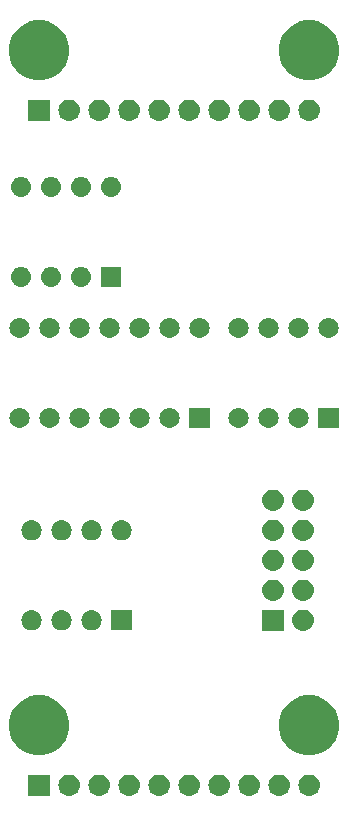
<source format=gbr>
G04 #@! TF.GenerationSoftware,KiCad,Pcbnew,(5.1.4-0-10_14)*
G04 #@! TF.CreationDate,2019-10-08T20:56:09-07:00*
G04 #@! TF.ProjectId,VCA_Main,5643415f-4d61-4696-9e2e-6b696361645f,rev?*
G04 #@! TF.SameCoordinates,Original*
G04 #@! TF.FileFunction,Soldermask,Bot*
G04 #@! TF.FilePolarity,Negative*
%FSLAX46Y46*%
G04 Gerber Fmt 4.6, Leading zero omitted, Abs format (unit mm)*
G04 Created by KiCad (PCBNEW (5.1.4-0-10_14)) date 2019-10-08 20:56:09*
%MOMM*%
%LPD*%
G04 APERTURE LIST*
%ADD10C,0.100000*%
G04 APERTURE END LIST*
D10*
G36*
X90280442Y-134995518D02*
G01*
X90346627Y-135002037D01*
X90516466Y-135053557D01*
X90672991Y-135137222D01*
X90708729Y-135166552D01*
X90810186Y-135249814D01*
X90893448Y-135351271D01*
X90922778Y-135387009D01*
X91006443Y-135543534D01*
X91057963Y-135713373D01*
X91075359Y-135890000D01*
X91057963Y-136066627D01*
X91006443Y-136236466D01*
X90922778Y-136392991D01*
X90893448Y-136428729D01*
X90810186Y-136530186D01*
X90708729Y-136613448D01*
X90672991Y-136642778D01*
X90516466Y-136726443D01*
X90346627Y-136777963D01*
X90280442Y-136784482D01*
X90214260Y-136791000D01*
X90125740Y-136791000D01*
X90059558Y-136784482D01*
X89993373Y-136777963D01*
X89823534Y-136726443D01*
X89667009Y-136642778D01*
X89631271Y-136613448D01*
X89529814Y-136530186D01*
X89446552Y-136428729D01*
X89417222Y-136392991D01*
X89333557Y-136236466D01*
X89282037Y-136066627D01*
X89264641Y-135890000D01*
X89282037Y-135713373D01*
X89333557Y-135543534D01*
X89417222Y-135387009D01*
X89446552Y-135351271D01*
X89529814Y-135249814D01*
X89631271Y-135166552D01*
X89667009Y-135137222D01*
X89823534Y-135053557D01*
X89993373Y-135002037D01*
X90059558Y-134995518D01*
X90125740Y-134989000D01*
X90214260Y-134989000D01*
X90280442Y-134995518D01*
X90280442Y-134995518D01*
G37*
G36*
X87740442Y-134995518D02*
G01*
X87806627Y-135002037D01*
X87976466Y-135053557D01*
X88132991Y-135137222D01*
X88168729Y-135166552D01*
X88270186Y-135249814D01*
X88353448Y-135351271D01*
X88382778Y-135387009D01*
X88466443Y-135543534D01*
X88517963Y-135713373D01*
X88535359Y-135890000D01*
X88517963Y-136066627D01*
X88466443Y-136236466D01*
X88382778Y-136392991D01*
X88353448Y-136428729D01*
X88270186Y-136530186D01*
X88168729Y-136613448D01*
X88132991Y-136642778D01*
X87976466Y-136726443D01*
X87806627Y-136777963D01*
X87740442Y-136784482D01*
X87674260Y-136791000D01*
X87585740Y-136791000D01*
X87519558Y-136784482D01*
X87453373Y-136777963D01*
X87283534Y-136726443D01*
X87127009Y-136642778D01*
X87091271Y-136613448D01*
X86989814Y-136530186D01*
X86906552Y-136428729D01*
X86877222Y-136392991D01*
X86793557Y-136236466D01*
X86742037Y-136066627D01*
X86724641Y-135890000D01*
X86742037Y-135713373D01*
X86793557Y-135543534D01*
X86877222Y-135387009D01*
X86906552Y-135351271D01*
X86989814Y-135249814D01*
X87091271Y-135166552D01*
X87127009Y-135137222D01*
X87283534Y-135053557D01*
X87453373Y-135002037D01*
X87519558Y-134995518D01*
X87585740Y-134989000D01*
X87674260Y-134989000D01*
X87740442Y-134995518D01*
X87740442Y-134995518D01*
G37*
G36*
X85200442Y-134995518D02*
G01*
X85266627Y-135002037D01*
X85436466Y-135053557D01*
X85592991Y-135137222D01*
X85628729Y-135166552D01*
X85730186Y-135249814D01*
X85813448Y-135351271D01*
X85842778Y-135387009D01*
X85926443Y-135543534D01*
X85977963Y-135713373D01*
X85995359Y-135890000D01*
X85977963Y-136066627D01*
X85926443Y-136236466D01*
X85842778Y-136392991D01*
X85813448Y-136428729D01*
X85730186Y-136530186D01*
X85628729Y-136613448D01*
X85592991Y-136642778D01*
X85436466Y-136726443D01*
X85266627Y-136777963D01*
X85200442Y-136784482D01*
X85134260Y-136791000D01*
X85045740Y-136791000D01*
X84979558Y-136784482D01*
X84913373Y-136777963D01*
X84743534Y-136726443D01*
X84587009Y-136642778D01*
X84551271Y-136613448D01*
X84449814Y-136530186D01*
X84366552Y-136428729D01*
X84337222Y-136392991D01*
X84253557Y-136236466D01*
X84202037Y-136066627D01*
X84184641Y-135890000D01*
X84202037Y-135713373D01*
X84253557Y-135543534D01*
X84337222Y-135387009D01*
X84366552Y-135351271D01*
X84449814Y-135249814D01*
X84551271Y-135166552D01*
X84587009Y-135137222D01*
X84743534Y-135053557D01*
X84913373Y-135002037D01*
X84979558Y-134995518D01*
X85045740Y-134989000D01*
X85134260Y-134989000D01*
X85200442Y-134995518D01*
X85200442Y-134995518D01*
G37*
G36*
X82660442Y-134995518D02*
G01*
X82726627Y-135002037D01*
X82896466Y-135053557D01*
X83052991Y-135137222D01*
X83088729Y-135166552D01*
X83190186Y-135249814D01*
X83273448Y-135351271D01*
X83302778Y-135387009D01*
X83386443Y-135543534D01*
X83437963Y-135713373D01*
X83455359Y-135890000D01*
X83437963Y-136066627D01*
X83386443Y-136236466D01*
X83302778Y-136392991D01*
X83273448Y-136428729D01*
X83190186Y-136530186D01*
X83088729Y-136613448D01*
X83052991Y-136642778D01*
X82896466Y-136726443D01*
X82726627Y-136777963D01*
X82660442Y-136784482D01*
X82594260Y-136791000D01*
X82505740Y-136791000D01*
X82439558Y-136784482D01*
X82373373Y-136777963D01*
X82203534Y-136726443D01*
X82047009Y-136642778D01*
X82011271Y-136613448D01*
X81909814Y-136530186D01*
X81826552Y-136428729D01*
X81797222Y-136392991D01*
X81713557Y-136236466D01*
X81662037Y-136066627D01*
X81644641Y-135890000D01*
X81662037Y-135713373D01*
X81713557Y-135543534D01*
X81797222Y-135387009D01*
X81826552Y-135351271D01*
X81909814Y-135249814D01*
X82011271Y-135166552D01*
X82047009Y-135137222D01*
X82203534Y-135053557D01*
X82373373Y-135002037D01*
X82439558Y-134995518D01*
X82505740Y-134989000D01*
X82594260Y-134989000D01*
X82660442Y-134995518D01*
X82660442Y-134995518D01*
G37*
G36*
X80120442Y-134995518D02*
G01*
X80186627Y-135002037D01*
X80356466Y-135053557D01*
X80512991Y-135137222D01*
X80548729Y-135166552D01*
X80650186Y-135249814D01*
X80733448Y-135351271D01*
X80762778Y-135387009D01*
X80846443Y-135543534D01*
X80897963Y-135713373D01*
X80915359Y-135890000D01*
X80897963Y-136066627D01*
X80846443Y-136236466D01*
X80762778Y-136392991D01*
X80733448Y-136428729D01*
X80650186Y-136530186D01*
X80548729Y-136613448D01*
X80512991Y-136642778D01*
X80356466Y-136726443D01*
X80186627Y-136777963D01*
X80120442Y-136784482D01*
X80054260Y-136791000D01*
X79965740Y-136791000D01*
X79899558Y-136784482D01*
X79833373Y-136777963D01*
X79663534Y-136726443D01*
X79507009Y-136642778D01*
X79471271Y-136613448D01*
X79369814Y-136530186D01*
X79286552Y-136428729D01*
X79257222Y-136392991D01*
X79173557Y-136236466D01*
X79122037Y-136066627D01*
X79104641Y-135890000D01*
X79122037Y-135713373D01*
X79173557Y-135543534D01*
X79257222Y-135387009D01*
X79286552Y-135351271D01*
X79369814Y-135249814D01*
X79471271Y-135166552D01*
X79507009Y-135137222D01*
X79663534Y-135053557D01*
X79833373Y-135002037D01*
X79899558Y-134995518D01*
X79965740Y-134989000D01*
X80054260Y-134989000D01*
X80120442Y-134995518D01*
X80120442Y-134995518D01*
G37*
G36*
X77580442Y-134995518D02*
G01*
X77646627Y-135002037D01*
X77816466Y-135053557D01*
X77972991Y-135137222D01*
X78008729Y-135166552D01*
X78110186Y-135249814D01*
X78193448Y-135351271D01*
X78222778Y-135387009D01*
X78306443Y-135543534D01*
X78357963Y-135713373D01*
X78375359Y-135890000D01*
X78357963Y-136066627D01*
X78306443Y-136236466D01*
X78222778Y-136392991D01*
X78193448Y-136428729D01*
X78110186Y-136530186D01*
X78008729Y-136613448D01*
X77972991Y-136642778D01*
X77816466Y-136726443D01*
X77646627Y-136777963D01*
X77580442Y-136784482D01*
X77514260Y-136791000D01*
X77425740Y-136791000D01*
X77359558Y-136784482D01*
X77293373Y-136777963D01*
X77123534Y-136726443D01*
X76967009Y-136642778D01*
X76931271Y-136613448D01*
X76829814Y-136530186D01*
X76746552Y-136428729D01*
X76717222Y-136392991D01*
X76633557Y-136236466D01*
X76582037Y-136066627D01*
X76564641Y-135890000D01*
X76582037Y-135713373D01*
X76633557Y-135543534D01*
X76717222Y-135387009D01*
X76746552Y-135351271D01*
X76829814Y-135249814D01*
X76931271Y-135166552D01*
X76967009Y-135137222D01*
X77123534Y-135053557D01*
X77293373Y-135002037D01*
X77359558Y-134995518D01*
X77425740Y-134989000D01*
X77514260Y-134989000D01*
X77580442Y-134995518D01*
X77580442Y-134995518D01*
G37*
G36*
X75040442Y-134995518D02*
G01*
X75106627Y-135002037D01*
X75276466Y-135053557D01*
X75432991Y-135137222D01*
X75468729Y-135166552D01*
X75570186Y-135249814D01*
X75653448Y-135351271D01*
X75682778Y-135387009D01*
X75766443Y-135543534D01*
X75817963Y-135713373D01*
X75835359Y-135890000D01*
X75817963Y-136066627D01*
X75766443Y-136236466D01*
X75682778Y-136392991D01*
X75653448Y-136428729D01*
X75570186Y-136530186D01*
X75468729Y-136613448D01*
X75432991Y-136642778D01*
X75276466Y-136726443D01*
X75106627Y-136777963D01*
X75040442Y-136784482D01*
X74974260Y-136791000D01*
X74885740Y-136791000D01*
X74819558Y-136784482D01*
X74753373Y-136777963D01*
X74583534Y-136726443D01*
X74427009Y-136642778D01*
X74391271Y-136613448D01*
X74289814Y-136530186D01*
X74206552Y-136428729D01*
X74177222Y-136392991D01*
X74093557Y-136236466D01*
X74042037Y-136066627D01*
X74024641Y-135890000D01*
X74042037Y-135713373D01*
X74093557Y-135543534D01*
X74177222Y-135387009D01*
X74206552Y-135351271D01*
X74289814Y-135249814D01*
X74391271Y-135166552D01*
X74427009Y-135137222D01*
X74583534Y-135053557D01*
X74753373Y-135002037D01*
X74819558Y-134995518D01*
X74885740Y-134989000D01*
X74974260Y-134989000D01*
X75040442Y-134995518D01*
X75040442Y-134995518D01*
G37*
G36*
X72500442Y-134995518D02*
G01*
X72566627Y-135002037D01*
X72736466Y-135053557D01*
X72892991Y-135137222D01*
X72928729Y-135166552D01*
X73030186Y-135249814D01*
X73113448Y-135351271D01*
X73142778Y-135387009D01*
X73226443Y-135543534D01*
X73277963Y-135713373D01*
X73295359Y-135890000D01*
X73277963Y-136066627D01*
X73226443Y-136236466D01*
X73142778Y-136392991D01*
X73113448Y-136428729D01*
X73030186Y-136530186D01*
X72928729Y-136613448D01*
X72892991Y-136642778D01*
X72736466Y-136726443D01*
X72566627Y-136777963D01*
X72500442Y-136784482D01*
X72434260Y-136791000D01*
X72345740Y-136791000D01*
X72279558Y-136784482D01*
X72213373Y-136777963D01*
X72043534Y-136726443D01*
X71887009Y-136642778D01*
X71851271Y-136613448D01*
X71749814Y-136530186D01*
X71666552Y-136428729D01*
X71637222Y-136392991D01*
X71553557Y-136236466D01*
X71502037Y-136066627D01*
X71484641Y-135890000D01*
X71502037Y-135713373D01*
X71553557Y-135543534D01*
X71637222Y-135387009D01*
X71666552Y-135351271D01*
X71749814Y-135249814D01*
X71851271Y-135166552D01*
X71887009Y-135137222D01*
X72043534Y-135053557D01*
X72213373Y-135002037D01*
X72279558Y-134995518D01*
X72345740Y-134989000D01*
X72434260Y-134989000D01*
X72500442Y-134995518D01*
X72500442Y-134995518D01*
G37*
G36*
X69960442Y-134995518D02*
G01*
X70026627Y-135002037D01*
X70196466Y-135053557D01*
X70352991Y-135137222D01*
X70388729Y-135166552D01*
X70490186Y-135249814D01*
X70573448Y-135351271D01*
X70602778Y-135387009D01*
X70686443Y-135543534D01*
X70737963Y-135713373D01*
X70755359Y-135890000D01*
X70737963Y-136066627D01*
X70686443Y-136236466D01*
X70602778Y-136392991D01*
X70573448Y-136428729D01*
X70490186Y-136530186D01*
X70388729Y-136613448D01*
X70352991Y-136642778D01*
X70196466Y-136726443D01*
X70026627Y-136777963D01*
X69960442Y-136784482D01*
X69894260Y-136791000D01*
X69805740Y-136791000D01*
X69739558Y-136784482D01*
X69673373Y-136777963D01*
X69503534Y-136726443D01*
X69347009Y-136642778D01*
X69311271Y-136613448D01*
X69209814Y-136530186D01*
X69126552Y-136428729D01*
X69097222Y-136392991D01*
X69013557Y-136236466D01*
X68962037Y-136066627D01*
X68944641Y-135890000D01*
X68962037Y-135713373D01*
X69013557Y-135543534D01*
X69097222Y-135387009D01*
X69126552Y-135351271D01*
X69209814Y-135249814D01*
X69311271Y-135166552D01*
X69347009Y-135137222D01*
X69503534Y-135053557D01*
X69673373Y-135002037D01*
X69739558Y-134995518D01*
X69805740Y-134989000D01*
X69894260Y-134989000D01*
X69960442Y-134995518D01*
X69960442Y-134995518D01*
G37*
G36*
X68211000Y-136791000D02*
G01*
X66409000Y-136791000D01*
X66409000Y-134989000D01*
X68211000Y-134989000D01*
X68211000Y-136791000D01*
X68211000Y-136791000D01*
G37*
G36*
X90914098Y-128357033D02*
G01*
X91378350Y-128549332D01*
X91378352Y-128549333D01*
X91796168Y-128828509D01*
X92151491Y-129183832D01*
X92430667Y-129601648D01*
X92430668Y-129601650D01*
X92622967Y-130065902D01*
X92721000Y-130558747D01*
X92721000Y-131061253D01*
X92622967Y-131554098D01*
X92430668Y-132018350D01*
X92430667Y-132018352D01*
X92151491Y-132436168D01*
X91796168Y-132791491D01*
X91378352Y-133070667D01*
X91378351Y-133070668D01*
X91378350Y-133070668D01*
X90914098Y-133262967D01*
X90421253Y-133361000D01*
X89918747Y-133361000D01*
X89425902Y-133262967D01*
X88961650Y-133070668D01*
X88961649Y-133070668D01*
X88961648Y-133070667D01*
X88543832Y-132791491D01*
X88188509Y-132436168D01*
X87909333Y-132018352D01*
X87909332Y-132018350D01*
X87717033Y-131554098D01*
X87619000Y-131061253D01*
X87619000Y-130558747D01*
X87717033Y-130065902D01*
X87909332Y-129601650D01*
X87909333Y-129601648D01*
X88188509Y-129183832D01*
X88543832Y-128828509D01*
X88961648Y-128549333D01*
X88961650Y-128549332D01*
X89425902Y-128357033D01*
X89918747Y-128259000D01*
X90421253Y-128259000D01*
X90914098Y-128357033D01*
X90914098Y-128357033D01*
G37*
G36*
X68054098Y-128357033D02*
G01*
X68518350Y-128549332D01*
X68518352Y-128549333D01*
X68936168Y-128828509D01*
X69291491Y-129183832D01*
X69570667Y-129601648D01*
X69570668Y-129601650D01*
X69762967Y-130065902D01*
X69861000Y-130558747D01*
X69861000Y-131061253D01*
X69762967Y-131554098D01*
X69570668Y-132018350D01*
X69570667Y-132018352D01*
X69291491Y-132436168D01*
X68936168Y-132791491D01*
X68518352Y-133070667D01*
X68518351Y-133070668D01*
X68518350Y-133070668D01*
X68054098Y-133262967D01*
X67561253Y-133361000D01*
X67058747Y-133361000D01*
X66565902Y-133262967D01*
X66101650Y-133070668D01*
X66101649Y-133070668D01*
X66101648Y-133070667D01*
X65683832Y-132791491D01*
X65328509Y-132436168D01*
X65049333Y-132018352D01*
X65049332Y-132018350D01*
X64857033Y-131554098D01*
X64759000Y-131061253D01*
X64759000Y-130558747D01*
X64857033Y-130065902D01*
X65049332Y-129601650D01*
X65049333Y-129601648D01*
X65328509Y-129183832D01*
X65683832Y-128828509D01*
X66101648Y-128549333D01*
X66101650Y-128549332D01*
X66565902Y-128357033D01*
X67058747Y-128259000D01*
X67561253Y-128259000D01*
X68054098Y-128357033D01*
X68054098Y-128357033D01*
G37*
G36*
X88036600Y-122834600D02*
G01*
X86207400Y-122834600D01*
X86207400Y-121005400D01*
X88036600Y-121005400D01*
X88036600Y-122834600D01*
X88036600Y-122834600D01*
G37*
G36*
X89841294Y-121018633D02*
G01*
X90013695Y-121070931D01*
X90172583Y-121155858D01*
X90311849Y-121270151D01*
X90426142Y-121409417D01*
X90511069Y-121568305D01*
X90563367Y-121740706D01*
X90581025Y-121920000D01*
X90563367Y-122099294D01*
X90511069Y-122271695D01*
X90426142Y-122430583D01*
X90311849Y-122569849D01*
X90172583Y-122684142D01*
X90013695Y-122769069D01*
X89841294Y-122821367D01*
X89706931Y-122834600D01*
X89617069Y-122834600D01*
X89482706Y-122821367D01*
X89310305Y-122769069D01*
X89151417Y-122684142D01*
X89012151Y-122569849D01*
X88897858Y-122430583D01*
X88812931Y-122271695D01*
X88760633Y-122099294D01*
X88742975Y-121920000D01*
X88760633Y-121740706D01*
X88812931Y-121568305D01*
X88897858Y-121409417D01*
X89012151Y-121270151D01*
X89151417Y-121155858D01*
X89310305Y-121070931D01*
X89482706Y-121018633D01*
X89617069Y-121005400D01*
X89706931Y-121005400D01*
X89841294Y-121018633D01*
X89841294Y-121018633D01*
G37*
G36*
X66841823Y-121081313D02*
G01*
X67002242Y-121129976D01*
X67134906Y-121200886D01*
X67150078Y-121208996D01*
X67279659Y-121315341D01*
X67386004Y-121444922D01*
X67386005Y-121444924D01*
X67465024Y-121592758D01*
X67513687Y-121753177D01*
X67530117Y-121920000D01*
X67513687Y-122086823D01*
X67465024Y-122247242D01*
X67451953Y-122271696D01*
X67386004Y-122395078D01*
X67279659Y-122524659D01*
X67150078Y-122631004D01*
X67150076Y-122631005D01*
X67002242Y-122710024D01*
X66841823Y-122758687D01*
X66716804Y-122771000D01*
X66633196Y-122771000D01*
X66508177Y-122758687D01*
X66347758Y-122710024D01*
X66199924Y-122631005D01*
X66199922Y-122631004D01*
X66070341Y-122524659D01*
X65963996Y-122395078D01*
X65898047Y-122271696D01*
X65884976Y-122247242D01*
X65836313Y-122086823D01*
X65819883Y-121920000D01*
X65836313Y-121753177D01*
X65884976Y-121592758D01*
X65963995Y-121444924D01*
X65963996Y-121444922D01*
X66070341Y-121315341D01*
X66199922Y-121208996D01*
X66215094Y-121200886D01*
X66347758Y-121129976D01*
X66508177Y-121081313D01*
X66633196Y-121069000D01*
X66716804Y-121069000D01*
X66841823Y-121081313D01*
X66841823Y-121081313D01*
G37*
G36*
X69381823Y-121081313D02*
G01*
X69542242Y-121129976D01*
X69674906Y-121200886D01*
X69690078Y-121208996D01*
X69819659Y-121315341D01*
X69926004Y-121444922D01*
X69926005Y-121444924D01*
X70005024Y-121592758D01*
X70053687Y-121753177D01*
X70070117Y-121920000D01*
X70053687Y-122086823D01*
X70005024Y-122247242D01*
X69991953Y-122271696D01*
X69926004Y-122395078D01*
X69819659Y-122524659D01*
X69690078Y-122631004D01*
X69690076Y-122631005D01*
X69542242Y-122710024D01*
X69381823Y-122758687D01*
X69256804Y-122771000D01*
X69173196Y-122771000D01*
X69048177Y-122758687D01*
X68887758Y-122710024D01*
X68739924Y-122631005D01*
X68739922Y-122631004D01*
X68610341Y-122524659D01*
X68503996Y-122395078D01*
X68438047Y-122271696D01*
X68424976Y-122247242D01*
X68376313Y-122086823D01*
X68359883Y-121920000D01*
X68376313Y-121753177D01*
X68424976Y-121592758D01*
X68503995Y-121444924D01*
X68503996Y-121444922D01*
X68610341Y-121315341D01*
X68739922Y-121208996D01*
X68755094Y-121200886D01*
X68887758Y-121129976D01*
X69048177Y-121081313D01*
X69173196Y-121069000D01*
X69256804Y-121069000D01*
X69381823Y-121081313D01*
X69381823Y-121081313D01*
G37*
G36*
X71921823Y-121081313D02*
G01*
X72082242Y-121129976D01*
X72214906Y-121200886D01*
X72230078Y-121208996D01*
X72359659Y-121315341D01*
X72466004Y-121444922D01*
X72466005Y-121444924D01*
X72545024Y-121592758D01*
X72593687Y-121753177D01*
X72610117Y-121920000D01*
X72593687Y-122086823D01*
X72545024Y-122247242D01*
X72531953Y-122271696D01*
X72466004Y-122395078D01*
X72359659Y-122524659D01*
X72230078Y-122631004D01*
X72230076Y-122631005D01*
X72082242Y-122710024D01*
X71921823Y-122758687D01*
X71796804Y-122771000D01*
X71713196Y-122771000D01*
X71588177Y-122758687D01*
X71427758Y-122710024D01*
X71279924Y-122631005D01*
X71279922Y-122631004D01*
X71150341Y-122524659D01*
X71043996Y-122395078D01*
X70978047Y-122271696D01*
X70964976Y-122247242D01*
X70916313Y-122086823D01*
X70899883Y-121920000D01*
X70916313Y-121753177D01*
X70964976Y-121592758D01*
X71043995Y-121444924D01*
X71043996Y-121444922D01*
X71150341Y-121315341D01*
X71279922Y-121208996D01*
X71295094Y-121200886D01*
X71427758Y-121129976D01*
X71588177Y-121081313D01*
X71713196Y-121069000D01*
X71796804Y-121069000D01*
X71921823Y-121081313D01*
X71921823Y-121081313D01*
G37*
G36*
X75146000Y-122771000D02*
G01*
X73444000Y-122771000D01*
X73444000Y-121069000D01*
X75146000Y-121069000D01*
X75146000Y-122771000D01*
X75146000Y-122771000D01*
G37*
G36*
X89841294Y-118478633D02*
G01*
X90013695Y-118530931D01*
X90172583Y-118615858D01*
X90311849Y-118730151D01*
X90426142Y-118869417D01*
X90511069Y-119028305D01*
X90563367Y-119200706D01*
X90581025Y-119380000D01*
X90563367Y-119559294D01*
X90511069Y-119731695D01*
X90426142Y-119890583D01*
X90311849Y-120029849D01*
X90172583Y-120144142D01*
X90013695Y-120229069D01*
X89841294Y-120281367D01*
X89706931Y-120294600D01*
X89617069Y-120294600D01*
X89482706Y-120281367D01*
X89310305Y-120229069D01*
X89151417Y-120144142D01*
X89012151Y-120029849D01*
X88897858Y-119890583D01*
X88812931Y-119731695D01*
X88760633Y-119559294D01*
X88742975Y-119380000D01*
X88760633Y-119200706D01*
X88812931Y-119028305D01*
X88897858Y-118869417D01*
X89012151Y-118730151D01*
X89151417Y-118615858D01*
X89310305Y-118530931D01*
X89482706Y-118478633D01*
X89617069Y-118465400D01*
X89706931Y-118465400D01*
X89841294Y-118478633D01*
X89841294Y-118478633D01*
G37*
G36*
X87301294Y-118478633D02*
G01*
X87473695Y-118530931D01*
X87632583Y-118615858D01*
X87771849Y-118730151D01*
X87886142Y-118869417D01*
X87971069Y-119028305D01*
X88023367Y-119200706D01*
X88041025Y-119380000D01*
X88023367Y-119559294D01*
X87971069Y-119731695D01*
X87886142Y-119890583D01*
X87771849Y-120029849D01*
X87632583Y-120144142D01*
X87473695Y-120229069D01*
X87301294Y-120281367D01*
X87166931Y-120294600D01*
X87077069Y-120294600D01*
X86942706Y-120281367D01*
X86770305Y-120229069D01*
X86611417Y-120144142D01*
X86472151Y-120029849D01*
X86357858Y-119890583D01*
X86272931Y-119731695D01*
X86220633Y-119559294D01*
X86202975Y-119380000D01*
X86220633Y-119200706D01*
X86272931Y-119028305D01*
X86357858Y-118869417D01*
X86472151Y-118730151D01*
X86611417Y-118615858D01*
X86770305Y-118530931D01*
X86942706Y-118478633D01*
X87077069Y-118465400D01*
X87166931Y-118465400D01*
X87301294Y-118478633D01*
X87301294Y-118478633D01*
G37*
G36*
X87301294Y-115938633D02*
G01*
X87473695Y-115990931D01*
X87632583Y-116075858D01*
X87771849Y-116190151D01*
X87886142Y-116329417D01*
X87971069Y-116488305D01*
X88023367Y-116660706D01*
X88041025Y-116840000D01*
X88023367Y-117019294D01*
X87971069Y-117191695D01*
X87886142Y-117350583D01*
X87771849Y-117489849D01*
X87632583Y-117604142D01*
X87473695Y-117689069D01*
X87301294Y-117741367D01*
X87166931Y-117754600D01*
X87077069Y-117754600D01*
X86942706Y-117741367D01*
X86770305Y-117689069D01*
X86611417Y-117604142D01*
X86472151Y-117489849D01*
X86357858Y-117350583D01*
X86272931Y-117191695D01*
X86220633Y-117019294D01*
X86202975Y-116840000D01*
X86220633Y-116660706D01*
X86272931Y-116488305D01*
X86357858Y-116329417D01*
X86472151Y-116190151D01*
X86611417Y-116075858D01*
X86770305Y-115990931D01*
X86942706Y-115938633D01*
X87077069Y-115925400D01*
X87166931Y-115925400D01*
X87301294Y-115938633D01*
X87301294Y-115938633D01*
G37*
G36*
X89841294Y-115938633D02*
G01*
X90013695Y-115990931D01*
X90172583Y-116075858D01*
X90311849Y-116190151D01*
X90426142Y-116329417D01*
X90511069Y-116488305D01*
X90563367Y-116660706D01*
X90581025Y-116840000D01*
X90563367Y-117019294D01*
X90511069Y-117191695D01*
X90426142Y-117350583D01*
X90311849Y-117489849D01*
X90172583Y-117604142D01*
X90013695Y-117689069D01*
X89841294Y-117741367D01*
X89706931Y-117754600D01*
X89617069Y-117754600D01*
X89482706Y-117741367D01*
X89310305Y-117689069D01*
X89151417Y-117604142D01*
X89012151Y-117489849D01*
X88897858Y-117350583D01*
X88812931Y-117191695D01*
X88760633Y-117019294D01*
X88742975Y-116840000D01*
X88760633Y-116660706D01*
X88812931Y-116488305D01*
X88897858Y-116329417D01*
X89012151Y-116190151D01*
X89151417Y-116075858D01*
X89310305Y-115990931D01*
X89482706Y-115938633D01*
X89617069Y-115925400D01*
X89706931Y-115925400D01*
X89841294Y-115938633D01*
X89841294Y-115938633D01*
G37*
G36*
X89841294Y-113398633D02*
G01*
X90013695Y-113450931D01*
X90172583Y-113535858D01*
X90311849Y-113650151D01*
X90426142Y-113789417D01*
X90511069Y-113948305D01*
X90563367Y-114120706D01*
X90581025Y-114300000D01*
X90563367Y-114479294D01*
X90511069Y-114651695D01*
X90426142Y-114810583D01*
X90311849Y-114949849D01*
X90172583Y-115064142D01*
X90013695Y-115149069D01*
X89841294Y-115201367D01*
X89706931Y-115214600D01*
X89617069Y-115214600D01*
X89482706Y-115201367D01*
X89310305Y-115149069D01*
X89151417Y-115064142D01*
X89012151Y-114949849D01*
X88897858Y-114810583D01*
X88812931Y-114651695D01*
X88760633Y-114479294D01*
X88742975Y-114300000D01*
X88760633Y-114120706D01*
X88812931Y-113948305D01*
X88897858Y-113789417D01*
X89012151Y-113650151D01*
X89151417Y-113535858D01*
X89310305Y-113450931D01*
X89482706Y-113398633D01*
X89617069Y-113385400D01*
X89706931Y-113385400D01*
X89841294Y-113398633D01*
X89841294Y-113398633D01*
G37*
G36*
X87301294Y-113398633D02*
G01*
X87473695Y-113450931D01*
X87632583Y-113535858D01*
X87771849Y-113650151D01*
X87886142Y-113789417D01*
X87971069Y-113948305D01*
X88023367Y-114120706D01*
X88041025Y-114300000D01*
X88023367Y-114479294D01*
X87971069Y-114651695D01*
X87886142Y-114810583D01*
X87771849Y-114949849D01*
X87632583Y-115064142D01*
X87473695Y-115149069D01*
X87301294Y-115201367D01*
X87166931Y-115214600D01*
X87077069Y-115214600D01*
X86942706Y-115201367D01*
X86770305Y-115149069D01*
X86611417Y-115064142D01*
X86472151Y-114949849D01*
X86357858Y-114810583D01*
X86272931Y-114651695D01*
X86220633Y-114479294D01*
X86202975Y-114300000D01*
X86220633Y-114120706D01*
X86272931Y-113948305D01*
X86357858Y-113789417D01*
X86472151Y-113650151D01*
X86611417Y-113535858D01*
X86770305Y-113450931D01*
X86942706Y-113398633D01*
X87077069Y-113385400D01*
X87166931Y-113385400D01*
X87301294Y-113398633D01*
X87301294Y-113398633D01*
G37*
G36*
X74461823Y-113461313D02*
G01*
X74622242Y-113509976D01*
X74754906Y-113580886D01*
X74770078Y-113588996D01*
X74899659Y-113695341D01*
X75006004Y-113824922D01*
X75006005Y-113824924D01*
X75085024Y-113972758D01*
X75133687Y-114133177D01*
X75150117Y-114300000D01*
X75133687Y-114466823D01*
X75085024Y-114627242D01*
X75071953Y-114651696D01*
X75006004Y-114775078D01*
X74899659Y-114904659D01*
X74770078Y-115011004D01*
X74770076Y-115011005D01*
X74622242Y-115090024D01*
X74461823Y-115138687D01*
X74336804Y-115151000D01*
X74253196Y-115151000D01*
X74128177Y-115138687D01*
X73967758Y-115090024D01*
X73819924Y-115011005D01*
X73819922Y-115011004D01*
X73690341Y-114904659D01*
X73583996Y-114775078D01*
X73518047Y-114651696D01*
X73504976Y-114627242D01*
X73456313Y-114466823D01*
X73439883Y-114300000D01*
X73456313Y-114133177D01*
X73504976Y-113972758D01*
X73583995Y-113824924D01*
X73583996Y-113824922D01*
X73690341Y-113695341D01*
X73819922Y-113588996D01*
X73835094Y-113580886D01*
X73967758Y-113509976D01*
X74128177Y-113461313D01*
X74253196Y-113449000D01*
X74336804Y-113449000D01*
X74461823Y-113461313D01*
X74461823Y-113461313D01*
G37*
G36*
X71921823Y-113461313D02*
G01*
X72082242Y-113509976D01*
X72214906Y-113580886D01*
X72230078Y-113588996D01*
X72359659Y-113695341D01*
X72466004Y-113824922D01*
X72466005Y-113824924D01*
X72545024Y-113972758D01*
X72593687Y-114133177D01*
X72610117Y-114300000D01*
X72593687Y-114466823D01*
X72545024Y-114627242D01*
X72531953Y-114651696D01*
X72466004Y-114775078D01*
X72359659Y-114904659D01*
X72230078Y-115011004D01*
X72230076Y-115011005D01*
X72082242Y-115090024D01*
X71921823Y-115138687D01*
X71796804Y-115151000D01*
X71713196Y-115151000D01*
X71588177Y-115138687D01*
X71427758Y-115090024D01*
X71279924Y-115011005D01*
X71279922Y-115011004D01*
X71150341Y-114904659D01*
X71043996Y-114775078D01*
X70978047Y-114651696D01*
X70964976Y-114627242D01*
X70916313Y-114466823D01*
X70899883Y-114300000D01*
X70916313Y-114133177D01*
X70964976Y-113972758D01*
X71043995Y-113824924D01*
X71043996Y-113824922D01*
X71150341Y-113695341D01*
X71279922Y-113588996D01*
X71295094Y-113580886D01*
X71427758Y-113509976D01*
X71588177Y-113461313D01*
X71713196Y-113449000D01*
X71796804Y-113449000D01*
X71921823Y-113461313D01*
X71921823Y-113461313D01*
G37*
G36*
X69381823Y-113461313D02*
G01*
X69542242Y-113509976D01*
X69674906Y-113580886D01*
X69690078Y-113588996D01*
X69819659Y-113695341D01*
X69926004Y-113824922D01*
X69926005Y-113824924D01*
X70005024Y-113972758D01*
X70053687Y-114133177D01*
X70070117Y-114300000D01*
X70053687Y-114466823D01*
X70005024Y-114627242D01*
X69991953Y-114651696D01*
X69926004Y-114775078D01*
X69819659Y-114904659D01*
X69690078Y-115011004D01*
X69690076Y-115011005D01*
X69542242Y-115090024D01*
X69381823Y-115138687D01*
X69256804Y-115151000D01*
X69173196Y-115151000D01*
X69048177Y-115138687D01*
X68887758Y-115090024D01*
X68739924Y-115011005D01*
X68739922Y-115011004D01*
X68610341Y-114904659D01*
X68503996Y-114775078D01*
X68438047Y-114651696D01*
X68424976Y-114627242D01*
X68376313Y-114466823D01*
X68359883Y-114300000D01*
X68376313Y-114133177D01*
X68424976Y-113972758D01*
X68503995Y-113824924D01*
X68503996Y-113824922D01*
X68610341Y-113695341D01*
X68739922Y-113588996D01*
X68755094Y-113580886D01*
X68887758Y-113509976D01*
X69048177Y-113461313D01*
X69173196Y-113449000D01*
X69256804Y-113449000D01*
X69381823Y-113461313D01*
X69381823Y-113461313D01*
G37*
G36*
X66841823Y-113461313D02*
G01*
X67002242Y-113509976D01*
X67134906Y-113580886D01*
X67150078Y-113588996D01*
X67279659Y-113695341D01*
X67386004Y-113824922D01*
X67386005Y-113824924D01*
X67465024Y-113972758D01*
X67513687Y-114133177D01*
X67530117Y-114300000D01*
X67513687Y-114466823D01*
X67465024Y-114627242D01*
X67451953Y-114651696D01*
X67386004Y-114775078D01*
X67279659Y-114904659D01*
X67150078Y-115011004D01*
X67150076Y-115011005D01*
X67002242Y-115090024D01*
X66841823Y-115138687D01*
X66716804Y-115151000D01*
X66633196Y-115151000D01*
X66508177Y-115138687D01*
X66347758Y-115090024D01*
X66199924Y-115011005D01*
X66199922Y-115011004D01*
X66070341Y-114904659D01*
X65963996Y-114775078D01*
X65898047Y-114651696D01*
X65884976Y-114627242D01*
X65836313Y-114466823D01*
X65819883Y-114300000D01*
X65836313Y-114133177D01*
X65884976Y-113972758D01*
X65963995Y-113824924D01*
X65963996Y-113824922D01*
X66070341Y-113695341D01*
X66199922Y-113588996D01*
X66215094Y-113580886D01*
X66347758Y-113509976D01*
X66508177Y-113461313D01*
X66633196Y-113449000D01*
X66716804Y-113449000D01*
X66841823Y-113461313D01*
X66841823Y-113461313D01*
G37*
G36*
X89841294Y-110858633D02*
G01*
X90013695Y-110910931D01*
X90172583Y-110995858D01*
X90311849Y-111110151D01*
X90426142Y-111249417D01*
X90511069Y-111408305D01*
X90563367Y-111580706D01*
X90581025Y-111760000D01*
X90563367Y-111939294D01*
X90511069Y-112111695D01*
X90426142Y-112270583D01*
X90311849Y-112409849D01*
X90172583Y-112524142D01*
X90013695Y-112609069D01*
X89841294Y-112661367D01*
X89706931Y-112674600D01*
X89617069Y-112674600D01*
X89482706Y-112661367D01*
X89310305Y-112609069D01*
X89151417Y-112524142D01*
X89012151Y-112409849D01*
X88897858Y-112270583D01*
X88812931Y-112111695D01*
X88760633Y-111939294D01*
X88742975Y-111760000D01*
X88760633Y-111580706D01*
X88812931Y-111408305D01*
X88897858Y-111249417D01*
X89012151Y-111110151D01*
X89151417Y-110995858D01*
X89310305Y-110910931D01*
X89482706Y-110858633D01*
X89617069Y-110845400D01*
X89706931Y-110845400D01*
X89841294Y-110858633D01*
X89841294Y-110858633D01*
G37*
G36*
X87301294Y-110858633D02*
G01*
X87473695Y-110910931D01*
X87632583Y-110995858D01*
X87771849Y-111110151D01*
X87886142Y-111249417D01*
X87971069Y-111408305D01*
X88023367Y-111580706D01*
X88041025Y-111760000D01*
X88023367Y-111939294D01*
X87971069Y-112111695D01*
X87886142Y-112270583D01*
X87771849Y-112409849D01*
X87632583Y-112524142D01*
X87473695Y-112609069D01*
X87301294Y-112661367D01*
X87166931Y-112674600D01*
X87077069Y-112674600D01*
X86942706Y-112661367D01*
X86770305Y-112609069D01*
X86611417Y-112524142D01*
X86472151Y-112409849D01*
X86357858Y-112270583D01*
X86272931Y-112111695D01*
X86220633Y-111939294D01*
X86202975Y-111760000D01*
X86220633Y-111580706D01*
X86272931Y-111408305D01*
X86357858Y-111249417D01*
X86472151Y-111110151D01*
X86611417Y-110995858D01*
X86770305Y-110910931D01*
X86942706Y-110858633D01*
X87077069Y-110845400D01*
X87166931Y-110845400D01*
X87301294Y-110858633D01*
X87301294Y-110858633D01*
G37*
G36*
X78525823Y-103936313D02*
G01*
X78686242Y-103984976D01*
X78818906Y-104055886D01*
X78834078Y-104063996D01*
X78963659Y-104170341D01*
X79070004Y-104299922D01*
X79070005Y-104299924D01*
X79149024Y-104447758D01*
X79197687Y-104608177D01*
X79214117Y-104775000D01*
X79197687Y-104941823D01*
X79149024Y-105102242D01*
X79078114Y-105234906D01*
X79070004Y-105250078D01*
X78963659Y-105379659D01*
X78834078Y-105486004D01*
X78834076Y-105486005D01*
X78686242Y-105565024D01*
X78525823Y-105613687D01*
X78400804Y-105626000D01*
X78317196Y-105626000D01*
X78192177Y-105613687D01*
X78031758Y-105565024D01*
X77883924Y-105486005D01*
X77883922Y-105486004D01*
X77754341Y-105379659D01*
X77647996Y-105250078D01*
X77639886Y-105234906D01*
X77568976Y-105102242D01*
X77520313Y-104941823D01*
X77503883Y-104775000D01*
X77520313Y-104608177D01*
X77568976Y-104447758D01*
X77647995Y-104299924D01*
X77647996Y-104299922D01*
X77754341Y-104170341D01*
X77883922Y-104063996D01*
X77899094Y-104055886D01*
X78031758Y-103984976D01*
X78192177Y-103936313D01*
X78317196Y-103924000D01*
X78400804Y-103924000D01*
X78525823Y-103936313D01*
X78525823Y-103936313D01*
G37*
G36*
X75985823Y-103936313D02*
G01*
X76146242Y-103984976D01*
X76278906Y-104055886D01*
X76294078Y-104063996D01*
X76423659Y-104170341D01*
X76530004Y-104299922D01*
X76530005Y-104299924D01*
X76609024Y-104447758D01*
X76657687Y-104608177D01*
X76674117Y-104775000D01*
X76657687Y-104941823D01*
X76609024Y-105102242D01*
X76538114Y-105234906D01*
X76530004Y-105250078D01*
X76423659Y-105379659D01*
X76294078Y-105486004D01*
X76294076Y-105486005D01*
X76146242Y-105565024D01*
X75985823Y-105613687D01*
X75860804Y-105626000D01*
X75777196Y-105626000D01*
X75652177Y-105613687D01*
X75491758Y-105565024D01*
X75343924Y-105486005D01*
X75343922Y-105486004D01*
X75214341Y-105379659D01*
X75107996Y-105250078D01*
X75099886Y-105234906D01*
X75028976Y-105102242D01*
X74980313Y-104941823D01*
X74963883Y-104775000D01*
X74980313Y-104608177D01*
X75028976Y-104447758D01*
X75107995Y-104299924D01*
X75107996Y-104299922D01*
X75214341Y-104170341D01*
X75343922Y-104063996D01*
X75359094Y-104055886D01*
X75491758Y-103984976D01*
X75652177Y-103936313D01*
X75777196Y-103924000D01*
X75860804Y-103924000D01*
X75985823Y-103936313D01*
X75985823Y-103936313D01*
G37*
G36*
X73445823Y-103936313D02*
G01*
X73606242Y-103984976D01*
X73738906Y-104055886D01*
X73754078Y-104063996D01*
X73883659Y-104170341D01*
X73990004Y-104299922D01*
X73990005Y-104299924D01*
X74069024Y-104447758D01*
X74117687Y-104608177D01*
X74134117Y-104775000D01*
X74117687Y-104941823D01*
X74069024Y-105102242D01*
X73998114Y-105234906D01*
X73990004Y-105250078D01*
X73883659Y-105379659D01*
X73754078Y-105486004D01*
X73754076Y-105486005D01*
X73606242Y-105565024D01*
X73445823Y-105613687D01*
X73320804Y-105626000D01*
X73237196Y-105626000D01*
X73112177Y-105613687D01*
X72951758Y-105565024D01*
X72803924Y-105486005D01*
X72803922Y-105486004D01*
X72674341Y-105379659D01*
X72567996Y-105250078D01*
X72559886Y-105234906D01*
X72488976Y-105102242D01*
X72440313Y-104941823D01*
X72423883Y-104775000D01*
X72440313Y-104608177D01*
X72488976Y-104447758D01*
X72567995Y-104299924D01*
X72567996Y-104299922D01*
X72674341Y-104170341D01*
X72803922Y-104063996D01*
X72819094Y-104055886D01*
X72951758Y-103984976D01*
X73112177Y-103936313D01*
X73237196Y-103924000D01*
X73320804Y-103924000D01*
X73445823Y-103936313D01*
X73445823Y-103936313D01*
G37*
G36*
X70905823Y-103936313D02*
G01*
X71066242Y-103984976D01*
X71198906Y-104055886D01*
X71214078Y-104063996D01*
X71343659Y-104170341D01*
X71450004Y-104299922D01*
X71450005Y-104299924D01*
X71529024Y-104447758D01*
X71577687Y-104608177D01*
X71594117Y-104775000D01*
X71577687Y-104941823D01*
X71529024Y-105102242D01*
X71458114Y-105234906D01*
X71450004Y-105250078D01*
X71343659Y-105379659D01*
X71214078Y-105486004D01*
X71214076Y-105486005D01*
X71066242Y-105565024D01*
X70905823Y-105613687D01*
X70780804Y-105626000D01*
X70697196Y-105626000D01*
X70572177Y-105613687D01*
X70411758Y-105565024D01*
X70263924Y-105486005D01*
X70263922Y-105486004D01*
X70134341Y-105379659D01*
X70027996Y-105250078D01*
X70019886Y-105234906D01*
X69948976Y-105102242D01*
X69900313Y-104941823D01*
X69883883Y-104775000D01*
X69900313Y-104608177D01*
X69948976Y-104447758D01*
X70027995Y-104299924D01*
X70027996Y-104299922D01*
X70134341Y-104170341D01*
X70263922Y-104063996D01*
X70279094Y-104055886D01*
X70411758Y-103984976D01*
X70572177Y-103936313D01*
X70697196Y-103924000D01*
X70780804Y-103924000D01*
X70905823Y-103936313D01*
X70905823Y-103936313D01*
G37*
G36*
X92672000Y-105626000D02*
G01*
X90970000Y-105626000D01*
X90970000Y-103924000D01*
X92672000Y-103924000D01*
X92672000Y-105626000D01*
X92672000Y-105626000D01*
G37*
G36*
X89447823Y-103936313D02*
G01*
X89608242Y-103984976D01*
X89740906Y-104055886D01*
X89756078Y-104063996D01*
X89885659Y-104170341D01*
X89992004Y-104299922D01*
X89992005Y-104299924D01*
X90071024Y-104447758D01*
X90119687Y-104608177D01*
X90136117Y-104775000D01*
X90119687Y-104941823D01*
X90071024Y-105102242D01*
X90000114Y-105234906D01*
X89992004Y-105250078D01*
X89885659Y-105379659D01*
X89756078Y-105486004D01*
X89756076Y-105486005D01*
X89608242Y-105565024D01*
X89447823Y-105613687D01*
X89322804Y-105626000D01*
X89239196Y-105626000D01*
X89114177Y-105613687D01*
X88953758Y-105565024D01*
X88805924Y-105486005D01*
X88805922Y-105486004D01*
X88676341Y-105379659D01*
X88569996Y-105250078D01*
X88561886Y-105234906D01*
X88490976Y-105102242D01*
X88442313Y-104941823D01*
X88425883Y-104775000D01*
X88442313Y-104608177D01*
X88490976Y-104447758D01*
X88569995Y-104299924D01*
X88569996Y-104299922D01*
X88676341Y-104170341D01*
X88805922Y-104063996D01*
X88821094Y-104055886D01*
X88953758Y-103984976D01*
X89114177Y-103936313D01*
X89239196Y-103924000D01*
X89322804Y-103924000D01*
X89447823Y-103936313D01*
X89447823Y-103936313D01*
G37*
G36*
X86907823Y-103936313D02*
G01*
X87068242Y-103984976D01*
X87200906Y-104055886D01*
X87216078Y-104063996D01*
X87345659Y-104170341D01*
X87452004Y-104299922D01*
X87452005Y-104299924D01*
X87531024Y-104447758D01*
X87579687Y-104608177D01*
X87596117Y-104775000D01*
X87579687Y-104941823D01*
X87531024Y-105102242D01*
X87460114Y-105234906D01*
X87452004Y-105250078D01*
X87345659Y-105379659D01*
X87216078Y-105486004D01*
X87216076Y-105486005D01*
X87068242Y-105565024D01*
X86907823Y-105613687D01*
X86782804Y-105626000D01*
X86699196Y-105626000D01*
X86574177Y-105613687D01*
X86413758Y-105565024D01*
X86265924Y-105486005D01*
X86265922Y-105486004D01*
X86136341Y-105379659D01*
X86029996Y-105250078D01*
X86021886Y-105234906D01*
X85950976Y-105102242D01*
X85902313Y-104941823D01*
X85885883Y-104775000D01*
X85902313Y-104608177D01*
X85950976Y-104447758D01*
X86029995Y-104299924D01*
X86029996Y-104299922D01*
X86136341Y-104170341D01*
X86265922Y-104063996D01*
X86281094Y-104055886D01*
X86413758Y-103984976D01*
X86574177Y-103936313D01*
X86699196Y-103924000D01*
X86782804Y-103924000D01*
X86907823Y-103936313D01*
X86907823Y-103936313D01*
G37*
G36*
X84367823Y-103936313D02*
G01*
X84528242Y-103984976D01*
X84660906Y-104055886D01*
X84676078Y-104063996D01*
X84805659Y-104170341D01*
X84912004Y-104299922D01*
X84912005Y-104299924D01*
X84991024Y-104447758D01*
X85039687Y-104608177D01*
X85056117Y-104775000D01*
X85039687Y-104941823D01*
X84991024Y-105102242D01*
X84920114Y-105234906D01*
X84912004Y-105250078D01*
X84805659Y-105379659D01*
X84676078Y-105486004D01*
X84676076Y-105486005D01*
X84528242Y-105565024D01*
X84367823Y-105613687D01*
X84242804Y-105626000D01*
X84159196Y-105626000D01*
X84034177Y-105613687D01*
X83873758Y-105565024D01*
X83725924Y-105486005D01*
X83725922Y-105486004D01*
X83596341Y-105379659D01*
X83489996Y-105250078D01*
X83481886Y-105234906D01*
X83410976Y-105102242D01*
X83362313Y-104941823D01*
X83345883Y-104775000D01*
X83362313Y-104608177D01*
X83410976Y-104447758D01*
X83489995Y-104299924D01*
X83489996Y-104299922D01*
X83596341Y-104170341D01*
X83725922Y-104063996D01*
X83741094Y-104055886D01*
X83873758Y-103984976D01*
X84034177Y-103936313D01*
X84159196Y-103924000D01*
X84242804Y-103924000D01*
X84367823Y-103936313D01*
X84367823Y-103936313D01*
G37*
G36*
X81750000Y-105626000D02*
G01*
X80048000Y-105626000D01*
X80048000Y-103924000D01*
X81750000Y-103924000D01*
X81750000Y-105626000D01*
X81750000Y-105626000D01*
G37*
G36*
X65825823Y-103936313D02*
G01*
X65986242Y-103984976D01*
X66118906Y-104055886D01*
X66134078Y-104063996D01*
X66263659Y-104170341D01*
X66370004Y-104299922D01*
X66370005Y-104299924D01*
X66449024Y-104447758D01*
X66497687Y-104608177D01*
X66514117Y-104775000D01*
X66497687Y-104941823D01*
X66449024Y-105102242D01*
X66378114Y-105234906D01*
X66370004Y-105250078D01*
X66263659Y-105379659D01*
X66134078Y-105486004D01*
X66134076Y-105486005D01*
X65986242Y-105565024D01*
X65825823Y-105613687D01*
X65700804Y-105626000D01*
X65617196Y-105626000D01*
X65492177Y-105613687D01*
X65331758Y-105565024D01*
X65183924Y-105486005D01*
X65183922Y-105486004D01*
X65054341Y-105379659D01*
X64947996Y-105250078D01*
X64939886Y-105234906D01*
X64868976Y-105102242D01*
X64820313Y-104941823D01*
X64803883Y-104775000D01*
X64820313Y-104608177D01*
X64868976Y-104447758D01*
X64947995Y-104299924D01*
X64947996Y-104299922D01*
X65054341Y-104170341D01*
X65183922Y-104063996D01*
X65199094Y-104055886D01*
X65331758Y-103984976D01*
X65492177Y-103936313D01*
X65617196Y-103924000D01*
X65700804Y-103924000D01*
X65825823Y-103936313D01*
X65825823Y-103936313D01*
G37*
G36*
X68365823Y-103936313D02*
G01*
X68526242Y-103984976D01*
X68658906Y-104055886D01*
X68674078Y-104063996D01*
X68803659Y-104170341D01*
X68910004Y-104299922D01*
X68910005Y-104299924D01*
X68989024Y-104447758D01*
X69037687Y-104608177D01*
X69054117Y-104775000D01*
X69037687Y-104941823D01*
X68989024Y-105102242D01*
X68918114Y-105234906D01*
X68910004Y-105250078D01*
X68803659Y-105379659D01*
X68674078Y-105486004D01*
X68674076Y-105486005D01*
X68526242Y-105565024D01*
X68365823Y-105613687D01*
X68240804Y-105626000D01*
X68157196Y-105626000D01*
X68032177Y-105613687D01*
X67871758Y-105565024D01*
X67723924Y-105486005D01*
X67723922Y-105486004D01*
X67594341Y-105379659D01*
X67487996Y-105250078D01*
X67479886Y-105234906D01*
X67408976Y-105102242D01*
X67360313Y-104941823D01*
X67343883Y-104775000D01*
X67360313Y-104608177D01*
X67408976Y-104447758D01*
X67487995Y-104299924D01*
X67487996Y-104299922D01*
X67594341Y-104170341D01*
X67723922Y-104063996D01*
X67739094Y-104055886D01*
X67871758Y-103984976D01*
X68032177Y-103936313D01*
X68157196Y-103924000D01*
X68240804Y-103924000D01*
X68365823Y-103936313D01*
X68365823Y-103936313D01*
G37*
G36*
X91987823Y-96316313D02*
G01*
X92148242Y-96364976D01*
X92280906Y-96435886D01*
X92296078Y-96443996D01*
X92425659Y-96550341D01*
X92532004Y-96679922D01*
X92532005Y-96679924D01*
X92611024Y-96827758D01*
X92659687Y-96988177D01*
X92676117Y-97155000D01*
X92659687Y-97321823D01*
X92611024Y-97482242D01*
X92540114Y-97614906D01*
X92532004Y-97630078D01*
X92425659Y-97759659D01*
X92296078Y-97866004D01*
X92296076Y-97866005D01*
X92148242Y-97945024D01*
X91987823Y-97993687D01*
X91862804Y-98006000D01*
X91779196Y-98006000D01*
X91654177Y-97993687D01*
X91493758Y-97945024D01*
X91345924Y-97866005D01*
X91345922Y-97866004D01*
X91216341Y-97759659D01*
X91109996Y-97630078D01*
X91101886Y-97614906D01*
X91030976Y-97482242D01*
X90982313Y-97321823D01*
X90965883Y-97155000D01*
X90982313Y-96988177D01*
X91030976Y-96827758D01*
X91109995Y-96679924D01*
X91109996Y-96679922D01*
X91216341Y-96550341D01*
X91345922Y-96443996D01*
X91361094Y-96435886D01*
X91493758Y-96364976D01*
X91654177Y-96316313D01*
X91779196Y-96304000D01*
X91862804Y-96304000D01*
X91987823Y-96316313D01*
X91987823Y-96316313D01*
G37*
G36*
X78525823Y-96316313D02*
G01*
X78686242Y-96364976D01*
X78818906Y-96435886D01*
X78834078Y-96443996D01*
X78963659Y-96550341D01*
X79070004Y-96679922D01*
X79070005Y-96679924D01*
X79149024Y-96827758D01*
X79197687Y-96988177D01*
X79214117Y-97155000D01*
X79197687Y-97321823D01*
X79149024Y-97482242D01*
X79078114Y-97614906D01*
X79070004Y-97630078D01*
X78963659Y-97759659D01*
X78834078Y-97866004D01*
X78834076Y-97866005D01*
X78686242Y-97945024D01*
X78525823Y-97993687D01*
X78400804Y-98006000D01*
X78317196Y-98006000D01*
X78192177Y-97993687D01*
X78031758Y-97945024D01*
X77883924Y-97866005D01*
X77883922Y-97866004D01*
X77754341Y-97759659D01*
X77647996Y-97630078D01*
X77639886Y-97614906D01*
X77568976Y-97482242D01*
X77520313Y-97321823D01*
X77503883Y-97155000D01*
X77520313Y-96988177D01*
X77568976Y-96827758D01*
X77647995Y-96679924D01*
X77647996Y-96679922D01*
X77754341Y-96550341D01*
X77883922Y-96443996D01*
X77899094Y-96435886D01*
X78031758Y-96364976D01*
X78192177Y-96316313D01*
X78317196Y-96304000D01*
X78400804Y-96304000D01*
X78525823Y-96316313D01*
X78525823Y-96316313D01*
G37*
G36*
X89447823Y-96316313D02*
G01*
X89608242Y-96364976D01*
X89740906Y-96435886D01*
X89756078Y-96443996D01*
X89885659Y-96550341D01*
X89992004Y-96679922D01*
X89992005Y-96679924D01*
X90071024Y-96827758D01*
X90119687Y-96988177D01*
X90136117Y-97155000D01*
X90119687Y-97321823D01*
X90071024Y-97482242D01*
X90000114Y-97614906D01*
X89992004Y-97630078D01*
X89885659Y-97759659D01*
X89756078Y-97866004D01*
X89756076Y-97866005D01*
X89608242Y-97945024D01*
X89447823Y-97993687D01*
X89322804Y-98006000D01*
X89239196Y-98006000D01*
X89114177Y-97993687D01*
X88953758Y-97945024D01*
X88805924Y-97866005D01*
X88805922Y-97866004D01*
X88676341Y-97759659D01*
X88569996Y-97630078D01*
X88561886Y-97614906D01*
X88490976Y-97482242D01*
X88442313Y-97321823D01*
X88425883Y-97155000D01*
X88442313Y-96988177D01*
X88490976Y-96827758D01*
X88569995Y-96679924D01*
X88569996Y-96679922D01*
X88676341Y-96550341D01*
X88805922Y-96443996D01*
X88821094Y-96435886D01*
X88953758Y-96364976D01*
X89114177Y-96316313D01*
X89239196Y-96304000D01*
X89322804Y-96304000D01*
X89447823Y-96316313D01*
X89447823Y-96316313D01*
G37*
G36*
X86907823Y-96316313D02*
G01*
X87068242Y-96364976D01*
X87200906Y-96435886D01*
X87216078Y-96443996D01*
X87345659Y-96550341D01*
X87452004Y-96679922D01*
X87452005Y-96679924D01*
X87531024Y-96827758D01*
X87579687Y-96988177D01*
X87596117Y-97155000D01*
X87579687Y-97321823D01*
X87531024Y-97482242D01*
X87460114Y-97614906D01*
X87452004Y-97630078D01*
X87345659Y-97759659D01*
X87216078Y-97866004D01*
X87216076Y-97866005D01*
X87068242Y-97945024D01*
X86907823Y-97993687D01*
X86782804Y-98006000D01*
X86699196Y-98006000D01*
X86574177Y-97993687D01*
X86413758Y-97945024D01*
X86265924Y-97866005D01*
X86265922Y-97866004D01*
X86136341Y-97759659D01*
X86029996Y-97630078D01*
X86021886Y-97614906D01*
X85950976Y-97482242D01*
X85902313Y-97321823D01*
X85885883Y-97155000D01*
X85902313Y-96988177D01*
X85950976Y-96827758D01*
X86029995Y-96679924D01*
X86029996Y-96679922D01*
X86136341Y-96550341D01*
X86265922Y-96443996D01*
X86281094Y-96435886D01*
X86413758Y-96364976D01*
X86574177Y-96316313D01*
X86699196Y-96304000D01*
X86782804Y-96304000D01*
X86907823Y-96316313D01*
X86907823Y-96316313D01*
G37*
G36*
X84367823Y-96316313D02*
G01*
X84528242Y-96364976D01*
X84660906Y-96435886D01*
X84676078Y-96443996D01*
X84805659Y-96550341D01*
X84912004Y-96679922D01*
X84912005Y-96679924D01*
X84991024Y-96827758D01*
X85039687Y-96988177D01*
X85056117Y-97155000D01*
X85039687Y-97321823D01*
X84991024Y-97482242D01*
X84920114Y-97614906D01*
X84912004Y-97630078D01*
X84805659Y-97759659D01*
X84676078Y-97866004D01*
X84676076Y-97866005D01*
X84528242Y-97945024D01*
X84367823Y-97993687D01*
X84242804Y-98006000D01*
X84159196Y-98006000D01*
X84034177Y-97993687D01*
X83873758Y-97945024D01*
X83725924Y-97866005D01*
X83725922Y-97866004D01*
X83596341Y-97759659D01*
X83489996Y-97630078D01*
X83481886Y-97614906D01*
X83410976Y-97482242D01*
X83362313Y-97321823D01*
X83345883Y-97155000D01*
X83362313Y-96988177D01*
X83410976Y-96827758D01*
X83489995Y-96679924D01*
X83489996Y-96679922D01*
X83596341Y-96550341D01*
X83725922Y-96443996D01*
X83741094Y-96435886D01*
X83873758Y-96364976D01*
X84034177Y-96316313D01*
X84159196Y-96304000D01*
X84242804Y-96304000D01*
X84367823Y-96316313D01*
X84367823Y-96316313D01*
G37*
G36*
X81065823Y-96316313D02*
G01*
X81226242Y-96364976D01*
X81358906Y-96435886D01*
X81374078Y-96443996D01*
X81503659Y-96550341D01*
X81610004Y-96679922D01*
X81610005Y-96679924D01*
X81689024Y-96827758D01*
X81737687Y-96988177D01*
X81754117Y-97155000D01*
X81737687Y-97321823D01*
X81689024Y-97482242D01*
X81618114Y-97614906D01*
X81610004Y-97630078D01*
X81503659Y-97759659D01*
X81374078Y-97866004D01*
X81374076Y-97866005D01*
X81226242Y-97945024D01*
X81065823Y-97993687D01*
X80940804Y-98006000D01*
X80857196Y-98006000D01*
X80732177Y-97993687D01*
X80571758Y-97945024D01*
X80423924Y-97866005D01*
X80423922Y-97866004D01*
X80294341Y-97759659D01*
X80187996Y-97630078D01*
X80179886Y-97614906D01*
X80108976Y-97482242D01*
X80060313Y-97321823D01*
X80043883Y-97155000D01*
X80060313Y-96988177D01*
X80108976Y-96827758D01*
X80187995Y-96679924D01*
X80187996Y-96679922D01*
X80294341Y-96550341D01*
X80423922Y-96443996D01*
X80439094Y-96435886D01*
X80571758Y-96364976D01*
X80732177Y-96316313D01*
X80857196Y-96304000D01*
X80940804Y-96304000D01*
X81065823Y-96316313D01*
X81065823Y-96316313D01*
G37*
G36*
X75985823Y-96316313D02*
G01*
X76146242Y-96364976D01*
X76278906Y-96435886D01*
X76294078Y-96443996D01*
X76423659Y-96550341D01*
X76530004Y-96679922D01*
X76530005Y-96679924D01*
X76609024Y-96827758D01*
X76657687Y-96988177D01*
X76674117Y-97155000D01*
X76657687Y-97321823D01*
X76609024Y-97482242D01*
X76538114Y-97614906D01*
X76530004Y-97630078D01*
X76423659Y-97759659D01*
X76294078Y-97866004D01*
X76294076Y-97866005D01*
X76146242Y-97945024D01*
X75985823Y-97993687D01*
X75860804Y-98006000D01*
X75777196Y-98006000D01*
X75652177Y-97993687D01*
X75491758Y-97945024D01*
X75343924Y-97866005D01*
X75343922Y-97866004D01*
X75214341Y-97759659D01*
X75107996Y-97630078D01*
X75099886Y-97614906D01*
X75028976Y-97482242D01*
X74980313Y-97321823D01*
X74963883Y-97155000D01*
X74980313Y-96988177D01*
X75028976Y-96827758D01*
X75107995Y-96679924D01*
X75107996Y-96679922D01*
X75214341Y-96550341D01*
X75343922Y-96443996D01*
X75359094Y-96435886D01*
X75491758Y-96364976D01*
X75652177Y-96316313D01*
X75777196Y-96304000D01*
X75860804Y-96304000D01*
X75985823Y-96316313D01*
X75985823Y-96316313D01*
G37*
G36*
X73445823Y-96316313D02*
G01*
X73606242Y-96364976D01*
X73738906Y-96435886D01*
X73754078Y-96443996D01*
X73883659Y-96550341D01*
X73990004Y-96679922D01*
X73990005Y-96679924D01*
X74069024Y-96827758D01*
X74117687Y-96988177D01*
X74134117Y-97155000D01*
X74117687Y-97321823D01*
X74069024Y-97482242D01*
X73998114Y-97614906D01*
X73990004Y-97630078D01*
X73883659Y-97759659D01*
X73754078Y-97866004D01*
X73754076Y-97866005D01*
X73606242Y-97945024D01*
X73445823Y-97993687D01*
X73320804Y-98006000D01*
X73237196Y-98006000D01*
X73112177Y-97993687D01*
X72951758Y-97945024D01*
X72803924Y-97866005D01*
X72803922Y-97866004D01*
X72674341Y-97759659D01*
X72567996Y-97630078D01*
X72559886Y-97614906D01*
X72488976Y-97482242D01*
X72440313Y-97321823D01*
X72423883Y-97155000D01*
X72440313Y-96988177D01*
X72488976Y-96827758D01*
X72567995Y-96679924D01*
X72567996Y-96679922D01*
X72674341Y-96550341D01*
X72803922Y-96443996D01*
X72819094Y-96435886D01*
X72951758Y-96364976D01*
X73112177Y-96316313D01*
X73237196Y-96304000D01*
X73320804Y-96304000D01*
X73445823Y-96316313D01*
X73445823Y-96316313D01*
G37*
G36*
X70905823Y-96316313D02*
G01*
X71066242Y-96364976D01*
X71198906Y-96435886D01*
X71214078Y-96443996D01*
X71343659Y-96550341D01*
X71450004Y-96679922D01*
X71450005Y-96679924D01*
X71529024Y-96827758D01*
X71577687Y-96988177D01*
X71594117Y-97155000D01*
X71577687Y-97321823D01*
X71529024Y-97482242D01*
X71458114Y-97614906D01*
X71450004Y-97630078D01*
X71343659Y-97759659D01*
X71214078Y-97866004D01*
X71214076Y-97866005D01*
X71066242Y-97945024D01*
X70905823Y-97993687D01*
X70780804Y-98006000D01*
X70697196Y-98006000D01*
X70572177Y-97993687D01*
X70411758Y-97945024D01*
X70263924Y-97866005D01*
X70263922Y-97866004D01*
X70134341Y-97759659D01*
X70027996Y-97630078D01*
X70019886Y-97614906D01*
X69948976Y-97482242D01*
X69900313Y-97321823D01*
X69883883Y-97155000D01*
X69900313Y-96988177D01*
X69948976Y-96827758D01*
X70027995Y-96679924D01*
X70027996Y-96679922D01*
X70134341Y-96550341D01*
X70263922Y-96443996D01*
X70279094Y-96435886D01*
X70411758Y-96364976D01*
X70572177Y-96316313D01*
X70697196Y-96304000D01*
X70780804Y-96304000D01*
X70905823Y-96316313D01*
X70905823Y-96316313D01*
G37*
G36*
X68365823Y-96316313D02*
G01*
X68526242Y-96364976D01*
X68658906Y-96435886D01*
X68674078Y-96443996D01*
X68803659Y-96550341D01*
X68910004Y-96679922D01*
X68910005Y-96679924D01*
X68989024Y-96827758D01*
X69037687Y-96988177D01*
X69054117Y-97155000D01*
X69037687Y-97321823D01*
X68989024Y-97482242D01*
X68918114Y-97614906D01*
X68910004Y-97630078D01*
X68803659Y-97759659D01*
X68674078Y-97866004D01*
X68674076Y-97866005D01*
X68526242Y-97945024D01*
X68365823Y-97993687D01*
X68240804Y-98006000D01*
X68157196Y-98006000D01*
X68032177Y-97993687D01*
X67871758Y-97945024D01*
X67723924Y-97866005D01*
X67723922Y-97866004D01*
X67594341Y-97759659D01*
X67487996Y-97630078D01*
X67479886Y-97614906D01*
X67408976Y-97482242D01*
X67360313Y-97321823D01*
X67343883Y-97155000D01*
X67360313Y-96988177D01*
X67408976Y-96827758D01*
X67487995Y-96679924D01*
X67487996Y-96679922D01*
X67594341Y-96550341D01*
X67723922Y-96443996D01*
X67739094Y-96435886D01*
X67871758Y-96364976D01*
X68032177Y-96316313D01*
X68157196Y-96304000D01*
X68240804Y-96304000D01*
X68365823Y-96316313D01*
X68365823Y-96316313D01*
G37*
G36*
X65825823Y-96316313D02*
G01*
X65986242Y-96364976D01*
X66118906Y-96435886D01*
X66134078Y-96443996D01*
X66263659Y-96550341D01*
X66370004Y-96679922D01*
X66370005Y-96679924D01*
X66449024Y-96827758D01*
X66497687Y-96988177D01*
X66514117Y-97155000D01*
X66497687Y-97321823D01*
X66449024Y-97482242D01*
X66378114Y-97614906D01*
X66370004Y-97630078D01*
X66263659Y-97759659D01*
X66134078Y-97866004D01*
X66134076Y-97866005D01*
X65986242Y-97945024D01*
X65825823Y-97993687D01*
X65700804Y-98006000D01*
X65617196Y-98006000D01*
X65492177Y-97993687D01*
X65331758Y-97945024D01*
X65183924Y-97866005D01*
X65183922Y-97866004D01*
X65054341Y-97759659D01*
X64947996Y-97630078D01*
X64939886Y-97614906D01*
X64868976Y-97482242D01*
X64820313Y-97321823D01*
X64803883Y-97155000D01*
X64820313Y-96988177D01*
X64868976Y-96827758D01*
X64947995Y-96679924D01*
X64947996Y-96679922D01*
X65054341Y-96550341D01*
X65183922Y-96443996D01*
X65199094Y-96435886D01*
X65331758Y-96364976D01*
X65492177Y-96316313D01*
X65617196Y-96304000D01*
X65700804Y-96304000D01*
X65825823Y-96316313D01*
X65825823Y-96316313D01*
G37*
G36*
X74257000Y-93688000D02*
G01*
X72555000Y-93688000D01*
X72555000Y-91986000D01*
X74257000Y-91986000D01*
X74257000Y-93688000D01*
X74257000Y-93688000D01*
G37*
G36*
X71032823Y-91998313D02*
G01*
X71193242Y-92046976D01*
X71325906Y-92117886D01*
X71341078Y-92125996D01*
X71470659Y-92232341D01*
X71577004Y-92361922D01*
X71577005Y-92361924D01*
X71656024Y-92509758D01*
X71704687Y-92670177D01*
X71721117Y-92837000D01*
X71704687Y-93003823D01*
X71656024Y-93164242D01*
X71585114Y-93296906D01*
X71577004Y-93312078D01*
X71470659Y-93441659D01*
X71341078Y-93548004D01*
X71341076Y-93548005D01*
X71193242Y-93627024D01*
X71032823Y-93675687D01*
X70907804Y-93688000D01*
X70824196Y-93688000D01*
X70699177Y-93675687D01*
X70538758Y-93627024D01*
X70390924Y-93548005D01*
X70390922Y-93548004D01*
X70261341Y-93441659D01*
X70154996Y-93312078D01*
X70146886Y-93296906D01*
X70075976Y-93164242D01*
X70027313Y-93003823D01*
X70010883Y-92837000D01*
X70027313Y-92670177D01*
X70075976Y-92509758D01*
X70154995Y-92361924D01*
X70154996Y-92361922D01*
X70261341Y-92232341D01*
X70390922Y-92125996D01*
X70406094Y-92117886D01*
X70538758Y-92046976D01*
X70699177Y-91998313D01*
X70824196Y-91986000D01*
X70907804Y-91986000D01*
X71032823Y-91998313D01*
X71032823Y-91998313D01*
G37*
G36*
X68492823Y-91998313D02*
G01*
X68653242Y-92046976D01*
X68785906Y-92117886D01*
X68801078Y-92125996D01*
X68930659Y-92232341D01*
X69037004Y-92361922D01*
X69037005Y-92361924D01*
X69116024Y-92509758D01*
X69164687Y-92670177D01*
X69181117Y-92837000D01*
X69164687Y-93003823D01*
X69116024Y-93164242D01*
X69045114Y-93296906D01*
X69037004Y-93312078D01*
X68930659Y-93441659D01*
X68801078Y-93548004D01*
X68801076Y-93548005D01*
X68653242Y-93627024D01*
X68492823Y-93675687D01*
X68367804Y-93688000D01*
X68284196Y-93688000D01*
X68159177Y-93675687D01*
X67998758Y-93627024D01*
X67850924Y-93548005D01*
X67850922Y-93548004D01*
X67721341Y-93441659D01*
X67614996Y-93312078D01*
X67606886Y-93296906D01*
X67535976Y-93164242D01*
X67487313Y-93003823D01*
X67470883Y-92837000D01*
X67487313Y-92670177D01*
X67535976Y-92509758D01*
X67614995Y-92361924D01*
X67614996Y-92361922D01*
X67721341Y-92232341D01*
X67850922Y-92125996D01*
X67866094Y-92117886D01*
X67998758Y-92046976D01*
X68159177Y-91998313D01*
X68284196Y-91986000D01*
X68367804Y-91986000D01*
X68492823Y-91998313D01*
X68492823Y-91998313D01*
G37*
G36*
X65952823Y-91998313D02*
G01*
X66113242Y-92046976D01*
X66245906Y-92117886D01*
X66261078Y-92125996D01*
X66390659Y-92232341D01*
X66497004Y-92361922D01*
X66497005Y-92361924D01*
X66576024Y-92509758D01*
X66624687Y-92670177D01*
X66641117Y-92837000D01*
X66624687Y-93003823D01*
X66576024Y-93164242D01*
X66505114Y-93296906D01*
X66497004Y-93312078D01*
X66390659Y-93441659D01*
X66261078Y-93548004D01*
X66261076Y-93548005D01*
X66113242Y-93627024D01*
X65952823Y-93675687D01*
X65827804Y-93688000D01*
X65744196Y-93688000D01*
X65619177Y-93675687D01*
X65458758Y-93627024D01*
X65310924Y-93548005D01*
X65310922Y-93548004D01*
X65181341Y-93441659D01*
X65074996Y-93312078D01*
X65066886Y-93296906D01*
X64995976Y-93164242D01*
X64947313Y-93003823D01*
X64930883Y-92837000D01*
X64947313Y-92670177D01*
X64995976Y-92509758D01*
X65074995Y-92361924D01*
X65074996Y-92361922D01*
X65181341Y-92232341D01*
X65310922Y-92125996D01*
X65326094Y-92117886D01*
X65458758Y-92046976D01*
X65619177Y-91998313D01*
X65744196Y-91986000D01*
X65827804Y-91986000D01*
X65952823Y-91998313D01*
X65952823Y-91998313D01*
G37*
G36*
X73572823Y-84378313D02*
G01*
X73733242Y-84426976D01*
X73865906Y-84497886D01*
X73881078Y-84505996D01*
X74010659Y-84612341D01*
X74117004Y-84741922D01*
X74117005Y-84741924D01*
X74196024Y-84889758D01*
X74244687Y-85050177D01*
X74261117Y-85217000D01*
X74244687Y-85383823D01*
X74196024Y-85544242D01*
X74125114Y-85676906D01*
X74117004Y-85692078D01*
X74010659Y-85821659D01*
X73881078Y-85928004D01*
X73881076Y-85928005D01*
X73733242Y-86007024D01*
X73572823Y-86055687D01*
X73447804Y-86068000D01*
X73364196Y-86068000D01*
X73239177Y-86055687D01*
X73078758Y-86007024D01*
X72930924Y-85928005D01*
X72930922Y-85928004D01*
X72801341Y-85821659D01*
X72694996Y-85692078D01*
X72686886Y-85676906D01*
X72615976Y-85544242D01*
X72567313Y-85383823D01*
X72550883Y-85217000D01*
X72567313Y-85050177D01*
X72615976Y-84889758D01*
X72694995Y-84741924D01*
X72694996Y-84741922D01*
X72801341Y-84612341D01*
X72930922Y-84505996D01*
X72946094Y-84497886D01*
X73078758Y-84426976D01*
X73239177Y-84378313D01*
X73364196Y-84366000D01*
X73447804Y-84366000D01*
X73572823Y-84378313D01*
X73572823Y-84378313D01*
G37*
G36*
X71032823Y-84378313D02*
G01*
X71193242Y-84426976D01*
X71325906Y-84497886D01*
X71341078Y-84505996D01*
X71470659Y-84612341D01*
X71577004Y-84741922D01*
X71577005Y-84741924D01*
X71656024Y-84889758D01*
X71704687Y-85050177D01*
X71721117Y-85217000D01*
X71704687Y-85383823D01*
X71656024Y-85544242D01*
X71585114Y-85676906D01*
X71577004Y-85692078D01*
X71470659Y-85821659D01*
X71341078Y-85928004D01*
X71341076Y-85928005D01*
X71193242Y-86007024D01*
X71032823Y-86055687D01*
X70907804Y-86068000D01*
X70824196Y-86068000D01*
X70699177Y-86055687D01*
X70538758Y-86007024D01*
X70390924Y-85928005D01*
X70390922Y-85928004D01*
X70261341Y-85821659D01*
X70154996Y-85692078D01*
X70146886Y-85676906D01*
X70075976Y-85544242D01*
X70027313Y-85383823D01*
X70010883Y-85217000D01*
X70027313Y-85050177D01*
X70075976Y-84889758D01*
X70154995Y-84741924D01*
X70154996Y-84741922D01*
X70261341Y-84612341D01*
X70390922Y-84505996D01*
X70406094Y-84497886D01*
X70538758Y-84426976D01*
X70699177Y-84378313D01*
X70824196Y-84366000D01*
X70907804Y-84366000D01*
X71032823Y-84378313D01*
X71032823Y-84378313D01*
G37*
G36*
X68492823Y-84378313D02*
G01*
X68653242Y-84426976D01*
X68785906Y-84497886D01*
X68801078Y-84505996D01*
X68930659Y-84612341D01*
X69037004Y-84741922D01*
X69037005Y-84741924D01*
X69116024Y-84889758D01*
X69164687Y-85050177D01*
X69181117Y-85217000D01*
X69164687Y-85383823D01*
X69116024Y-85544242D01*
X69045114Y-85676906D01*
X69037004Y-85692078D01*
X68930659Y-85821659D01*
X68801078Y-85928004D01*
X68801076Y-85928005D01*
X68653242Y-86007024D01*
X68492823Y-86055687D01*
X68367804Y-86068000D01*
X68284196Y-86068000D01*
X68159177Y-86055687D01*
X67998758Y-86007024D01*
X67850924Y-85928005D01*
X67850922Y-85928004D01*
X67721341Y-85821659D01*
X67614996Y-85692078D01*
X67606886Y-85676906D01*
X67535976Y-85544242D01*
X67487313Y-85383823D01*
X67470883Y-85217000D01*
X67487313Y-85050177D01*
X67535976Y-84889758D01*
X67614995Y-84741924D01*
X67614996Y-84741922D01*
X67721341Y-84612341D01*
X67850922Y-84505996D01*
X67866094Y-84497886D01*
X67998758Y-84426976D01*
X68159177Y-84378313D01*
X68284196Y-84366000D01*
X68367804Y-84366000D01*
X68492823Y-84378313D01*
X68492823Y-84378313D01*
G37*
G36*
X65952823Y-84378313D02*
G01*
X66113242Y-84426976D01*
X66245906Y-84497886D01*
X66261078Y-84505996D01*
X66390659Y-84612341D01*
X66497004Y-84741922D01*
X66497005Y-84741924D01*
X66576024Y-84889758D01*
X66624687Y-85050177D01*
X66641117Y-85217000D01*
X66624687Y-85383823D01*
X66576024Y-85544242D01*
X66505114Y-85676906D01*
X66497004Y-85692078D01*
X66390659Y-85821659D01*
X66261078Y-85928004D01*
X66261076Y-85928005D01*
X66113242Y-86007024D01*
X65952823Y-86055687D01*
X65827804Y-86068000D01*
X65744196Y-86068000D01*
X65619177Y-86055687D01*
X65458758Y-86007024D01*
X65310924Y-85928005D01*
X65310922Y-85928004D01*
X65181341Y-85821659D01*
X65074996Y-85692078D01*
X65066886Y-85676906D01*
X64995976Y-85544242D01*
X64947313Y-85383823D01*
X64930883Y-85217000D01*
X64947313Y-85050177D01*
X64995976Y-84889758D01*
X65074995Y-84741924D01*
X65074996Y-84741922D01*
X65181341Y-84612341D01*
X65310922Y-84505996D01*
X65326094Y-84497886D01*
X65458758Y-84426976D01*
X65619177Y-84378313D01*
X65744196Y-84366000D01*
X65827804Y-84366000D01*
X65952823Y-84378313D01*
X65952823Y-84378313D01*
G37*
G36*
X87740443Y-77845519D02*
G01*
X87806627Y-77852037D01*
X87976466Y-77903557D01*
X88132991Y-77987222D01*
X88168729Y-78016552D01*
X88270186Y-78099814D01*
X88353448Y-78201271D01*
X88382778Y-78237009D01*
X88466443Y-78393534D01*
X88517963Y-78563373D01*
X88535359Y-78740000D01*
X88517963Y-78916627D01*
X88466443Y-79086466D01*
X88382778Y-79242991D01*
X88353448Y-79278729D01*
X88270186Y-79380186D01*
X88168729Y-79463448D01*
X88132991Y-79492778D01*
X87976466Y-79576443D01*
X87806627Y-79627963D01*
X87740442Y-79634482D01*
X87674260Y-79641000D01*
X87585740Y-79641000D01*
X87519558Y-79634482D01*
X87453373Y-79627963D01*
X87283534Y-79576443D01*
X87127009Y-79492778D01*
X87091271Y-79463448D01*
X86989814Y-79380186D01*
X86906552Y-79278729D01*
X86877222Y-79242991D01*
X86793557Y-79086466D01*
X86742037Y-78916627D01*
X86724641Y-78740000D01*
X86742037Y-78563373D01*
X86793557Y-78393534D01*
X86877222Y-78237009D01*
X86906552Y-78201271D01*
X86989814Y-78099814D01*
X87091271Y-78016552D01*
X87127009Y-77987222D01*
X87283534Y-77903557D01*
X87453373Y-77852037D01*
X87519557Y-77845519D01*
X87585740Y-77839000D01*
X87674260Y-77839000D01*
X87740443Y-77845519D01*
X87740443Y-77845519D01*
G37*
G36*
X90280443Y-77845519D02*
G01*
X90346627Y-77852037D01*
X90516466Y-77903557D01*
X90672991Y-77987222D01*
X90708729Y-78016552D01*
X90810186Y-78099814D01*
X90893448Y-78201271D01*
X90922778Y-78237009D01*
X91006443Y-78393534D01*
X91057963Y-78563373D01*
X91075359Y-78740000D01*
X91057963Y-78916627D01*
X91006443Y-79086466D01*
X90922778Y-79242991D01*
X90893448Y-79278729D01*
X90810186Y-79380186D01*
X90708729Y-79463448D01*
X90672991Y-79492778D01*
X90516466Y-79576443D01*
X90346627Y-79627963D01*
X90280442Y-79634482D01*
X90214260Y-79641000D01*
X90125740Y-79641000D01*
X90059558Y-79634482D01*
X89993373Y-79627963D01*
X89823534Y-79576443D01*
X89667009Y-79492778D01*
X89631271Y-79463448D01*
X89529814Y-79380186D01*
X89446552Y-79278729D01*
X89417222Y-79242991D01*
X89333557Y-79086466D01*
X89282037Y-78916627D01*
X89264641Y-78740000D01*
X89282037Y-78563373D01*
X89333557Y-78393534D01*
X89417222Y-78237009D01*
X89446552Y-78201271D01*
X89529814Y-78099814D01*
X89631271Y-78016552D01*
X89667009Y-77987222D01*
X89823534Y-77903557D01*
X89993373Y-77852037D01*
X90059557Y-77845519D01*
X90125740Y-77839000D01*
X90214260Y-77839000D01*
X90280443Y-77845519D01*
X90280443Y-77845519D01*
G37*
G36*
X85200443Y-77845519D02*
G01*
X85266627Y-77852037D01*
X85436466Y-77903557D01*
X85592991Y-77987222D01*
X85628729Y-78016552D01*
X85730186Y-78099814D01*
X85813448Y-78201271D01*
X85842778Y-78237009D01*
X85926443Y-78393534D01*
X85977963Y-78563373D01*
X85995359Y-78740000D01*
X85977963Y-78916627D01*
X85926443Y-79086466D01*
X85842778Y-79242991D01*
X85813448Y-79278729D01*
X85730186Y-79380186D01*
X85628729Y-79463448D01*
X85592991Y-79492778D01*
X85436466Y-79576443D01*
X85266627Y-79627963D01*
X85200442Y-79634482D01*
X85134260Y-79641000D01*
X85045740Y-79641000D01*
X84979558Y-79634482D01*
X84913373Y-79627963D01*
X84743534Y-79576443D01*
X84587009Y-79492778D01*
X84551271Y-79463448D01*
X84449814Y-79380186D01*
X84366552Y-79278729D01*
X84337222Y-79242991D01*
X84253557Y-79086466D01*
X84202037Y-78916627D01*
X84184641Y-78740000D01*
X84202037Y-78563373D01*
X84253557Y-78393534D01*
X84337222Y-78237009D01*
X84366552Y-78201271D01*
X84449814Y-78099814D01*
X84551271Y-78016552D01*
X84587009Y-77987222D01*
X84743534Y-77903557D01*
X84913373Y-77852037D01*
X84979557Y-77845519D01*
X85045740Y-77839000D01*
X85134260Y-77839000D01*
X85200443Y-77845519D01*
X85200443Y-77845519D01*
G37*
G36*
X82660443Y-77845519D02*
G01*
X82726627Y-77852037D01*
X82896466Y-77903557D01*
X83052991Y-77987222D01*
X83088729Y-78016552D01*
X83190186Y-78099814D01*
X83273448Y-78201271D01*
X83302778Y-78237009D01*
X83386443Y-78393534D01*
X83437963Y-78563373D01*
X83455359Y-78740000D01*
X83437963Y-78916627D01*
X83386443Y-79086466D01*
X83302778Y-79242991D01*
X83273448Y-79278729D01*
X83190186Y-79380186D01*
X83088729Y-79463448D01*
X83052991Y-79492778D01*
X82896466Y-79576443D01*
X82726627Y-79627963D01*
X82660442Y-79634482D01*
X82594260Y-79641000D01*
X82505740Y-79641000D01*
X82439558Y-79634482D01*
X82373373Y-79627963D01*
X82203534Y-79576443D01*
X82047009Y-79492778D01*
X82011271Y-79463448D01*
X81909814Y-79380186D01*
X81826552Y-79278729D01*
X81797222Y-79242991D01*
X81713557Y-79086466D01*
X81662037Y-78916627D01*
X81644641Y-78740000D01*
X81662037Y-78563373D01*
X81713557Y-78393534D01*
X81797222Y-78237009D01*
X81826552Y-78201271D01*
X81909814Y-78099814D01*
X82011271Y-78016552D01*
X82047009Y-77987222D01*
X82203534Y-77903557D01*
X82373373Y-77852037D01*
X82439557Y-77845519D01*
X82505740Y-77839000D01*
X82594260Y-77839000D01*
X82660443Y-77845519D01*
X82660443Y-77845519D01*
G37*
G36*
X80120443Y-77845519D02*
G01*
X80186627Y-77852037D01*
X80356466Y-77903557D01*
X80512991Y-77987222D01*
X80548729Y-78016552D01*
X80650186Y-78099814D01*
X80733448Y-78201271D01*
X80762778Y-78237009D01*
X80846443Y-78393534D01*
X80897963Y-78563373D01*
X80915359Y-78740000D01*
X80897963Y-78916627D01*
X80846443Y-79086466D01*
X80762778Y-79242991D01*
X80733448Y-79278729D01*
X80650186Y-79380186D01*
X80548729Y-79463448D01*
X80512991Y-79492778D01*
X80356466Y-79576443D01*
X80186627Y-79627963D01*
X80120442Y-79634482D01*
X80054260Y-79641000D01*
X79965740Y-79641000D01*
X79899558Y-79634482D01*
X79833373Y-79627963D01*
X79663534Y-79576443D01*
X79507009Y-79492778D01*
X79471271Y-79463448D01*
X79369814Y-79380186D01*
X79286552Y-79278729D01*
X79257222Y-79242991D01*
X79173557Y-79086466D01*
X79122037Y-78916627D01*
X79104641Y-78740000D01*
X79122037Y-78563373D01*
X79173557Y-78393534D01*
X79257222Y-78237009D01*
X79286552Y-78201271D01*
X79369814Y-78099814D01*
X79471271Y-78016552D01*
X79507009Y-77987222D01*
X79663534Y-77903557D01*
X79833373Y-77852037D01*
X79899557Y-77845519D01*
X79965740Y-77839000D01*
X80054260Y-77839000D01*
X80120443Y-77845519D01*
X80120443Y-77845519D01*
G37*
G36*
X77580443Y-77845519D02*
G01*
X77646627Y-77852037D01*
X77816466Y-77903557D01*
X77972991Y-77987222D01*
X78008729Y-78016552D01*
X78110186Y-78099814D01*
X78193448Y-78201271D01*
X78222778Y-78237009D01*
X78306443Y-78393534D01*
X78357963Y-78563373D01*
X78375359Y-78740000D01*
X78357963Y-78916627D01*
X78306443Y-79086466D01*
X78222778Y-79242991D01*
X78193448Y-79278729D01*
X78110186Y-79380186D01*
X78008729Y-79463448D01*
X77972991Y-79492778D01*
X77816466Y-79576443D01*
X77646627Y-79627963D01*
X77580442Y-79634482D01*
X77514260Y-79641000D01*
X77425740Y-79641000D01*
X77359558Y-79634482D01*
X77293373Y-79627963D01*
X77123534Y-79576443D01*
X76967009Y-79492778D01*
X76931271Y-79463448D01*
X76829814Y-79380186D01*
X76746552Y-79278729D01*
X76717222Y-79242991D01*
X76633557Y-79086466D01*
X76582037Y-78916627D01*
X76564641Y-78740000D01*
X76582037Y-78563373D01*
X76633557Y-78393534D01*
X76717222Y-78237009D01*
X76746552Y-78201271D01*
X76829814Y-78099814D01*
X76931271Y-78016552D01*
X76967009Y-77987222D01*
X77123534Y-77903557D01*
X77293373Y-77852037D01*
X77359557Y-77845519D01*
X77425740Y-77839000D01*
X77514260Y-77839000D01*
X77580443Y-77845519D01*
X77580443Y-77845519D01*
G37*
G36*
X75040443Y-77845519D02*
G01*
X75106627Y-77852037D01*
X75276466Y-77903557D01*
X75432991Y-77987222D01*
X75468729Y-78016552D01*
X75570186Y-78099814D01*
X75653448Y-78201271D01*
X75682778Y-78237009D01*
X75766443Y-78393534D01*
X75817963Y-78563373D01*
X75835359Y-78740000D01*
X75817963Y-78916627D01*
X75766443Y-79086466D01*
X75682778Y-79242991D01*
X75653448Y-79278729D01*
X75570186Y-79380186D01*
X75468729Y-79463448D01*
X75432991Y-79492778D01*
X75276466Y-79576443D01*
X75106627Y-79627963D01*
X75040442Y-79634482D01*
X74974260Y-79641000D01*
X74885740Y-79641000D01*
X74819558Y-79634482D01*
X74753373Y-79627963D01*
X74583534Y-79576443D01*
X74427009Y-79492778D01*
X74391271Y-79463448D01*
X74289814Y-79380186D01*
X74206552Y-79278729D01*
X74177222Y-79242991D01*
X74093557Y-79086466D01*
X74042037Y-78916627D01*
X74024641Y-78740000D01*
X74042037Y-78563373D01*
X74093557Y-78393534D01*
X74177222Y-78237009D01*
X74206552Y-78201271D01*
X74289814Y-78099814D01*
X74391271Y-78016552D01*
X74427009Y-77987222D01*
X74583534Y-77903557D01*
X74753373Y-77852037D01*
X74819557Y-77845519D01*
X74885740Y-77839000D01*
X74974260Y-77839000D01*
X75040443Y-77845519D01*
X75040443Y-77845519D01*
G37*
G36*
X72500443Y-77845519D02*
G01*
X72566627Y-77852037D01*
X72736466Y-77903557D01*
X72892991Y-77987222D01*
X72928729Y-78016552D01*
X73030186Y-78099814D01*
X73113448Y-78201271D01*
X73142778Y-78237009D01*
X73226443Y-78393534D01*
X73277963Y-78563373D01*
X73295359Y-78740000D01*
X73277963Y-78916627D01*
X73226443Y-79086466D01*
X73142778Y-79242991D01*
X73113448Y-79278729D01*
X73030186Y-79380186D01*
X72928729Y-79463448D01*
X72892991Y-79492778D01*
X72736466Y-79576443D01*
X72566627Y-79627963D01*
X72500442Y-79634482D01*
X72434260Y-79641000D01*
X72345740Y-79641000D01*
X72279558Y-79634482D01*
X72213373Y-79627963D01*
X72043534Y-79576443D01*
X71887009Y-79492778D01*
X71851271Y-79463448D01*
X71749814Y-79380186D01*
X71666552Y-79278729D01*
X71637222Y-79242991D01*
X71553557Y-79086466D01*
X71502037Y-78916627D01*
X71484641Y-78740000D01*
X71502037Y-78563373D01*
X71553557Y-78393534D01*
X71637222Y-78237009D01*
X71666552Y-78201271D01*
X71749814Y-78099814D01*
X71851271Y-78016552D01*
X71887009Y-77987222D01*
X72043534Y-77903557D01*
X72213373Y-77852037D01*
X72279557Y-77845519D01*
X72345740Y-77839000D01*
X72434260Y-77839000D01*
X72500443Y-77845519D01*
X72500443Y-77845519D01*
G37*
G36*
X69960443Y-77845519D02*
G01*
X70026627Y-77852037D01*
X70196466Y-77903557D01*
X70352991Y-77987222D01*
X70388729Y-78016552D01*
X70490186Y-78099814D01*
X70573448Y-78201271D01*
X70602778Y-78237009D01*
X70686443Y-78393534D01*
X70737963Y-78563373D01*
X70755359Y-78740000D01*
X70737963Y-78916627D01*
X70686443Y-79086466D01*
X70602778Y-79242991D01*
X70573448Y-79278729D01*
X70490186Y-79380186D01*
X70388729Y-79463448D01*
X70352991Y-79492778D01*
X70196466Y-79576443D01*
X70026627Y-79627963D01*
X69960442Y-79634482D01*
X69894260Y-79641000D01*
X69805740Y-79641000D01*
X69739558Y-79634482D01*
X69673373Y-79627963D01*
X69503534Y-79576443D01*
X69347009Y-79492778D01*
X69311271Y-79463448D01*
X69209814Y-79380186D01*
X69126552Y-79278729D01*
X69097222Y-79242991D01*
X69013557Y-79086466D01*
X68962037Y-78916627D01*
X68944641Y-78740000D01*
X68962037Y-78563373D01*
X69013557Y-78393534D01*
X69097222Y-78237009D01*
X69126552Y-78201271D01*
X69209814Y-78099814D01*
X69311271Y-78016552D01*
X69347009Y-77987222D01*
X69503534Y-77903557D01*
X69673373Y-77852037D01*
X69739557Y-77845519D01*
X69805740Y-77839000D01*
X69894260Y-77839000D01*
X69960443Y-77845519D01*
X69960443Y-77845519D01*
G37*
G36*
X68211000Y-79641000D02*
G01*
X66409000Y-79641000D01*
X66409000Y-77839000D01*
X68211000Y-77839000D01*
X68211000Y-79641000D01*
X68211000Y-79641000D01*
G37*
G36*
X90914098Y-71207033D02*
G01*
X91378350Y-71399332D01*
X91378352Y-71399333D01*
X91796168Y-71678509D01*
X92151491Y-72033832D01*
X92430667Y-72451648D01*
X92430668Y-72451650D01*
X92622967Y-72915902D01*
X92721000Y-73408747D01*
X92721000Y-73911253D01*
X92622967Y-74404098D01*
X92430668Y-74868350D01*
X92430667Y-74868352D01*
X92151491Y-75286168D01*
X91796168Y-75641491D01*
X91378352Y-75920667D01*
X91378351Y-75920668D01*
X91378350Y-75920668D01*
X90914098Y-76112967D01*
X90421253Y-76211000D01*
X89918747Y-76211000D01*
X89425902Y-76112967D01*
X88961650Y-75920668D01*
X88961649Y-75920668D01*
X88961648Y-75920667D01*
X88543832Y-75641491D01*
X88188509Y-75286168D01*
X87909333Y-74868352D01*
X87909332Y-74868350D01*
X87717033Y-74404098D01*
X87619000Y-73911253D01*
X87619000Y-73408747D01*
X87717033Y-72915902D01*
X87909332Y-72451650D01*
X87909333Y-72451648D01*
X88188509Y-72033832D01*
X88543832Y-71678509D01*
X88961648Y-71399333D01*
X88961650Y-71399332D01*
X89425902Y-71207033D01*
X89918747Y-71109000D01*
X90421253Y-71109000D01*
X90914098Y-71207033D01*
X90914098Y-71207033D01*
G37*
G36*
X68054098Y-71207033D02*
G01*
X68518350Y-71399332D01*
X68518352Y-71399333D01*
X68936168Y-71678509D01*
X69291491Y-72033832D01*
X69570667Y-72451648D01*
X69570668Y-72451650D01*
X69762967Y-72915902D01*
X69861000Y-73408747D01*
X69861000Y-73911253D01*
X69762967Y-74404098D01*
X69570668Y-74868350D01*
X69570667Y-74868352D01*
X69291491Y-75286168D01*
X68936168Y-75641491D01*
X68518352Y-75920667D01*
X68518351Y-75920668D01*
X68518350Y-75920668D01*
X68054098Y-76112967D01*
X67561253Y-76211000D01*
X67058747Y-76211000D01*
X66565902Y-76112967D01*
X66101650Y-75920668D01*
X66101649Y-75920668D01*
X66101648Y-75920667D01*
X65683832Y-75641491D01*
X65328509Y-75286168D01*
X65049333Y-74868352D01*
X65049332Y-74868350D01*
X64857033Y-74404098D01*
X64759000Y-73911253D01*
X64759000Y-73408747D01*
X64857033Y-72915902D01*
X65049332Y-72451650D01*
X65049333Y-72451648D01*
X65328509Y-72033832D01*
X65683832Y-71678509D01*
X66101648Y-71399333D01*
X66101650Y-71399332D01*
X66565902Y-71207033D01*
X67058747Y-71109000D01*
X67561253Y-71109000D01*
X68054098Y-71207033D01*
X68054098Y-71207033D01*
G37*
M02*

</source>
